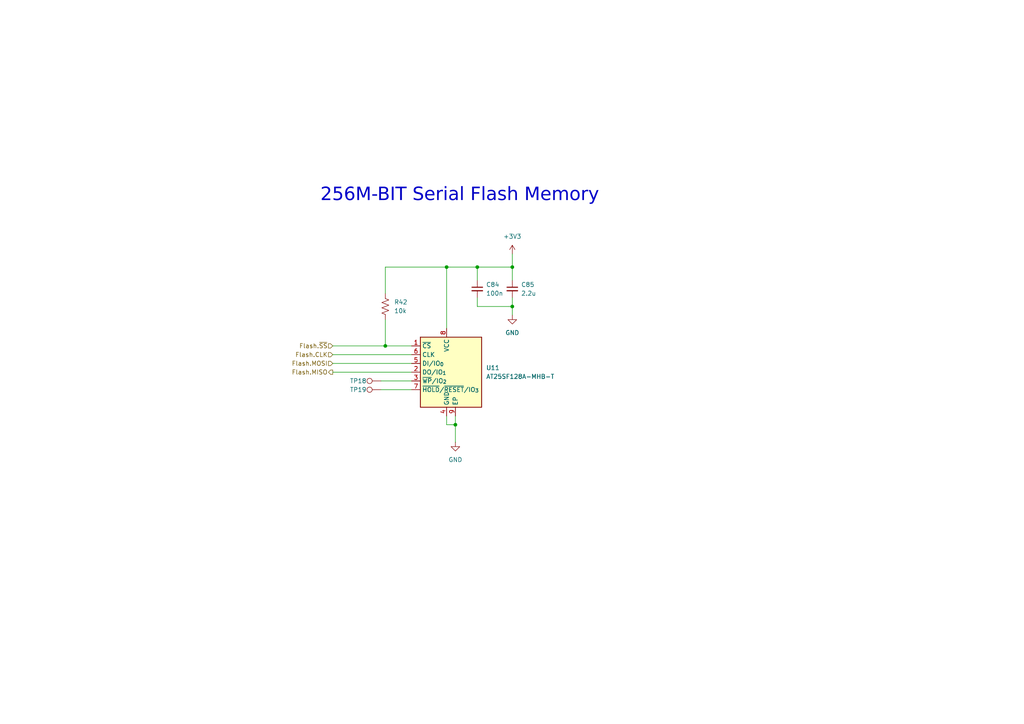
<source format=kicad_sch>
(kicad_sch (version 20250114) (generator "eeschema") (generator_version "9.0")
  (paper "A4")
  (lib_symbols
    (symbol "Connector:TestPoint" (pin_numbers (hide yes)) (pin_names (offset 0.762) (hide yes))
      (property "Reference" "TP" (at 0 6.858 0))
      (property "Value" "TestPoint" (at 0 5.08 0))
      (symbol "TestPoint_0_1"
        (circle (center 0 3.302) (radius 0.762))
      )
      (symbol "TestPoint_1_1"
        (pin passive line (at 0 0 90) (length 2.54) (name "1") (number "1"))
      )
    )
    (symbol "Device:C_Small" (pin_numbers (hide yes)) (pin_names (offset 0.254) (hide yes))
      (property "Reference" "C" (at 0.254 1.778 0))
      (property "Value" "C_Small" (at 0.254 -2.032 0))
      (symbol "C_Small_0_1"
        (polyline (pts (xy -1.524 0.508) (xy 1.524 0.508)) (stroke (width 0.3048)))
        (polyline (pts (xy -1.524 -0.508) (xy 1.524 -0.508)) (stroke (width 0.3302)))
      )
      (symbol "C_Small_1_1"
        (pin passive line (at 0 2.54 270) (length 2.032) (name "~") (number "1"))
        (pin passive line (at 0 -2.54 90) (length 2.032) (name "~") (number "2"))
      )
    )
    (symbol "Device:R_US" (pin_numbers (hide yes)) (pin_names (offset 0))
      (property "Reference" "R" (at 2.54 0 90))
      (property "Value" "R_US" (at -2.54 0 90))
      (symbol "R_US_0_1"
        (polyline (pts (xy 0 2.286) (xy 0 2.54)))
        (polyline (pts (xy 0 2.286) (xy 1.016 1.905) (xy 0 1.524) (xy -1.016 1.143) (xy 0 0.762)))
        (polyline (pts (xy 0 0.762) (xy 1.016 0.381) (xy 0 0) (xy -1.016 -0.381) (xy 0 -0.762)))
        (polyline (pts (xy 0 -0.762) (xy 1.016 -1.143) (xy 0 -1.524) (xy -1.016 -1.905) (xy 0 -2.286)))
        (polyline (pts (xy 0 -2.286) (xy 0 -2.54)))
      )
      (symbol "R_US_1_1"
        (pin passive line (at 0 3.81 270) (length 1.27) (name "~") (number "1"))
        (pin passive line (at 0 -3.81 90) (length 1.27) (name "~") (number "2"))
      )
    )
    (symbol "Memory_Flash:W25Q128JVE"
      (property "Reference" "U" (at -6.35 11.43 0))
      (property "Value" "W25Q128JVE" (at 7.62 11.43 0))
      (symbol "W25Q128JVE_0_1"
        (rectangle (start -7.62 10.16) (end 10.16 -10.16) (stroke (width 0.254)) (fill (type background)))
      )
      (symbol "W25Q128JVE_1_1"
        (pin input line (at -10.16 7.62 0) (length 2.54) (name "~{CS}") (number "1"))
        (pin input line (at -10.16 5.08 0) (length 2.54) (name "CLK") (number "6"))
        (pin bidirectional line (at -10.16 2.54 0) (length 2.54) (name "DI/IO_{0}") (number "5"))
        (pin bidirectional line (at -10.16 0 0) (length 2.54) (name "DO/IO_{1}") (number "2"))
        (pin bidirectional line (at -10.16 -2.54 0) (length 2.54) (name "~{WP}/IO_{2}") (number "3"))
        (pin bidirectional line (at -10.16 -5.08 0) (length 2.54) (name "~{HOLD}/~{RESET}/IO_{3}") (number "7"))
        (pin power_in line (at 0 12.7 270) (length 2.54) (name "VCC") (number "8"))
        (pin power_in line (at 0 -12.7 90) (length 2.54) (name "GND") (number "4"))
        (pin passive line (at 2.54 -12.7 90) (length 2.54) (name "EP") (number "9"))
      )
    )
    (symbol "power:+3V3" (power) (pin_numbers (hide yes)) (pin_names (offset 0) (hide yes))
      (property "Value" "+3V3" (at 0 3.556 0))
      (symbol "+3V3_0_1"
        (polyline (pts (xy -0.762 1.27) (xy 0 2.54)))
        (polyline (pts (xy 0 2.54) (xy 0.762 1.27)))
        (polyline (pts (xy 0 0) (xy 0 2.54)))
      )
      (symbol "+3V3_1_1"
        (pin power_in line (at 0 0 90) (length 0) (name "~") (number "1"))
      )
    )
    (symbol "power:GND" (power) (pin_numbers (hide yes)) (pin_names (offset 0) (hide yes))
      (property "Value" "GND" (at 0 -3.81 0))
      (symbol "GND_0_1"
        (polyline (pts (xy 0 0) (xy 0 -1.27) (xy 1.27 -1.27) (xy 0 -2.54) (xy -1.27 -1.27) (xy 0 -1.27)))
      )
      (symbol "GND_1_1"
        (pin power_in line (at 0 0 270) (length 0) (name "~") (number "1"))
      )
    )
  )
  (text "256M-BIT Serial Flash Memory" (at 133.35 57.658 0) (effects (font (size 3.81 3.81))))
  (junction (at 129.54 77.47))
  (junction (at 148.59 88.9))
  (junction (at 111.76 100.33))
  (junction (at 132.08 123.19))
  (junction (at 148.59 77.47))
  (junction (at 138.43 77.47))
  (wire (pts (xy 111.76 85.09) (xy 111.76 77.47)))
  (wire (pts (xy 110.49 110.49) (xy 119.38 110.49)))
  (wire (pts (xy 132.08 123.19) (xy 132.08 128.27)))
  (wire (pts (xy 148.59 77.47) (xy 148.59 81.28)))
  (wire (pts (xy 111.76 100.33) (xy 119.38 100.33)))
  (wire (pts (xy 111.76 92.71) (xy 111.76 100.33)))
  (wire (pts (xy 111.76 77.47) (xy 129.54 77.47)))
  (wire (pts (xy 138.43 88.9) (xy 148.59 88.9)))
  (wire (pts (xy 138.43 77.47) (xy 138.43 81.28)))
  (wire (pts (xy 96.52 102.87) (xy 119.38 102.87)))
  (wire (pts (xy 110.49 113.03) (xy 119.38 113.03)))
  (wire (pts (xy 129.54 123.19) (xy 132.08 123.19)))
  (wire (pts (xy 129.54 77.47) (xy 138.43 77.47)))
  (wire (pts (xy 148.59 86.36) (xy 148.59 88.9)))
  (wire (pts (xy 138.43 77.47) (xy 148.59 77.47)))
  (wire (pts (xy 129.54 120.65) (xy 129.54 123.19)))
  (wire (pts (xy 129.54 95.25) (xy 129.54 77.47)))
  (wire (pts (xy 138.43 86.36) (xy 138.43 88.9)))
  (wire (pts (xy 132.08 120.65) (xy 132.08 123.19)))
  (wire (pts (xy 148.59 88.9) (xy 148.59 91.44)))
  (wire (pts (xy 96.52 100.33) (xy 111.76 100.33)))
  (wire (pts (xy 96.52 107.95) (xy 119.38 107.95)))
  (wire (pts (xy 96.52 105.41) (xy 119.38 105.41)))
  (wire (pts (xy 148.59 73.66) (xy 148.59 77.47)))
  (hierarchical_label "Flash.MOSI" (shape input) (at 96.52 105.41 180))
  (hierarchical_label "Flash.~{SS}" (shape input) (at 96.52 100.33 180))
  (hierarchical_label "Flash.MISO" (shape output) (at 96.52 107.95 180))
  (hierarchical_label "Flash.CLK" (shape input) (at 96.52 102.87 180))
  (symbol (lib_id "Device:C_Small") (at 138.43 83.82 0) (unit 1)
    (property "Reference" "C84" (at 140.97 82.5562 0) (effects (justify left)))
    (property "Value" "100n" (at 140.97 85.0962 0) (effects (justify left)))
    (property "Footprint" "Capacitor_SMD:C_0402_1005Metric" (effects (hide yes)))
    (property "Description" "Unpolarized capacitor, small symbol" (effects (hide yes)))
  )
  (symbol (lib_id "Connector:TestPoint") (at 110.49 113.03 90) (unit 1)
    (property "Reference" "TP19" (at 103.886 113.03 90))
    (property "Value" "TestPoint" (effects (hide yes)))
    (property "Footprint" "TestPoint:TestPoint_Pad_D1.0mm" (effects (hide yes)))
    (property "Description" "test point" (effects (hide yes)))
  )
  (symbol (lib_id "power:GND") (at 148.59 91.44 0) (unit 1)
    (property "Reference" "#PWR0114" (effects (hide yes)))
    (property "Value" "GND" (at 148.59 96.52 0))
    (property "Description" "Power symbol creates a global label with name \"GND\" , ground" (effects (hide yes)))
  )
  (symbol (lib_id "Connector:TestPoint") (at 110.49 110.49 90) (unit 1)
    (property "Reference" "TP18" (at 103.886 110.49 90))
    (property "Value" "TestPoint" (effects (hide yes)))
    (property "Footprint" "TestPoint:TestPoint_Pad_D1.0mm" (effects (hide yes)))
    (property "Description" "test point" (effects (hide yes)))
  )
  (symbol (lib_id "power:GND") (at 132.08 128.27 0) (unit 1)
    (property "Reference" "#PWR0115" (effects (hide yes)))
    (property "Value" "GND" (at 132.08 133.35 0))
    (property "Description" "Power symbol creates a global label with name \"GND\" , ground" (effects (hide yes)))
  )
  (symbol (lib_id "Device:C_Small") (at 148.59 83.82 0) (unit 1)
    (property "Reference" "C85" (at 151.13 82.5562 0) (effects (justify left)))
    (property "Value" "2.2u" (at 151.13 85.0962 0) (effects (justify left)))
    (property "Footprint" "Capacitor_SMD:C_0402_1005Metric" (effects (hide yes)))
    (property "Description" "Unpolarized capacitor, small symbol" (effects (hide yes)))
  )
  (symbol (lib_id "Device:R_US") (at 111.76 88.9 0) (unit 1)
    (property "Reference" "R42" (at 114.3 87.6299 0) (effects (justify left)))
    (property "Value" "10k" (at 114.3 90.1699 0) (effects (justify left)))
    (property "Footprint" "Resistor_SMD:R_0402_1005Metric" (effects (hide yes)))
    (property "Description" "Resistor, US symbol" (effects (hide yes)))
  )
  (symbol (lib_id "Memory_Flash:W25Q128JVE") (at 129.54 107.95 0) (unit 1)
    (property "Reference" "U11" (at 140.97 106.6799 0) (effects (justify left)))
    (property "Value" "AT25SF128A-MHB-T" (at 140.97 109.2199 0) (effects (justify left)))
    (property "Footprint" "Package_DFN_QFN:DFN-8-1EP_6x5mm_P1.27mm_EP4x4mm" (effects (hide yes)))
    (property "Datasheet" "https://www.renesas.com/en/document/dst/at25sf128aat25qf128a-datasheet?r=1608781" (effects (hide yes)))
    (property "Description" "128Mbit / 16MiB Serial Flash Memory, Standard/Dual/Quad SPI, 2.7-3.6V, WSON-8" (effects (hide yes)))
  )
  (symbol (lib_id "power:+3V3") (at 148.59 73.66 0) (unit 1)
    (property "Reference" "#PWR0113" (effects (hide yes)))
    (property "Value" "+3V3" (at 148.59 68.58 0))
    (property "Description" "Power symbol creates a global label with name \"+3V3\"" (effects (hide yes)))
  )
)
</source>
